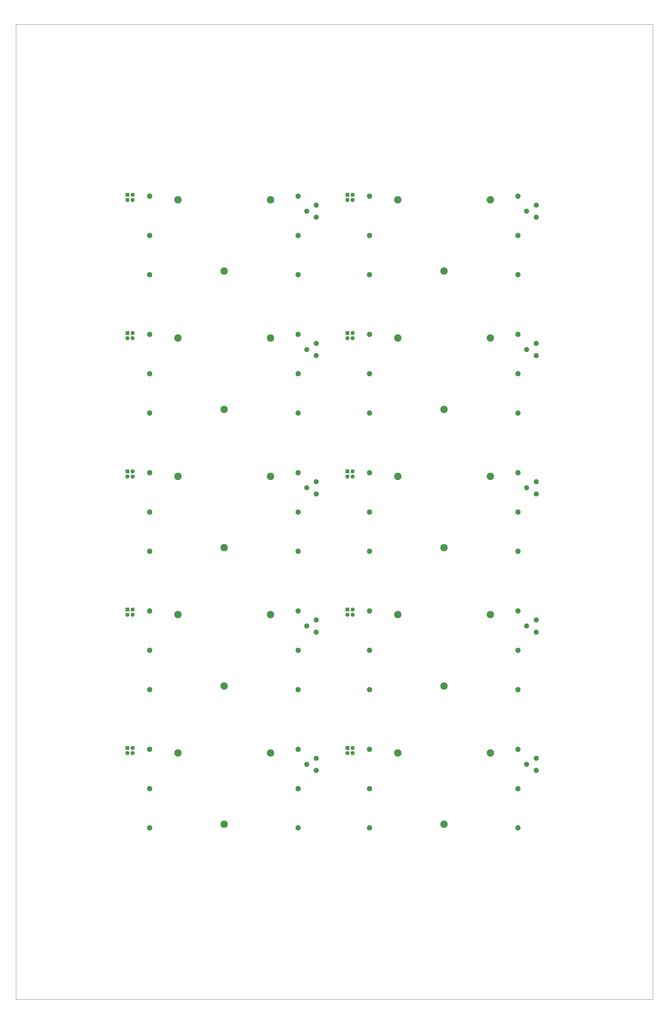
<source format=gts>
%FSTAX23Y23*%
%MOIN*%
%SFA1B1*%

%IPPOS*%
%ADD12C,0.005000*%
%ADD14C,0.098000*%
%ADD15R,0.078000X0.078000*%
%ADD16C,0.078000*%
%ADD17C,0.102490*%
%ADD18C,0.143430*%
%ADD19C,0.143430*%
%LNpowerboardv1-1*%
%LPD*%
G54D14*
X05619Y04543D03*
G54D12*
X0Y0D02*
X12312D01*
Y18836*
X0*
Y0*
G54D14*
X05804Y04425D03*
Y04661D03*
G54D15*
X02154Y04861D03*
G54D16*
X02154Y04761D03*
X02254Y04861D03*
Y04761D03*
G54D17*
X02583Y04834D03*
X05453D03*
X02583Y03315D03*
X05453D03*
Y04074D03*
X02583D03*
G54D18*
X03128Y04764D03*
X04919D03*
G54D19*
X04024Y03386D03*
G54D14*
X09869Y04543D03*
X10055Y04425D03*
Y04661D03*
G54D15*
X06405Y04861D03*
G54D16*
X06405Y04761D03*
X06505Y04861D03*
Y04761D03*
G54D17*
X06833Y04834D03*
X09703D03*
X06833Y03315D03*
X09703D03*
Y04074D03*
X06833D03*
G54D18*
X07378Y04764D03*
X09169D03*
G54D19*
X08274Y03386D03*
G54D14*
X05619Y07215D03*
X05804Y07097D03*
Y07333D03*
G54D15*
X02154Y07533D03*
G54D16*
X02154Y07433D03*
X02254Y07533D03*
Y07433D03*
G54D17*
X02583Y07506D03*
X05453D03*
X02583Y05987D03*
X05453D03*
Y06746D03*
X02583D03*
G54D18*
X03128Y07436D03*
X04919D03*
G54D19*
X04024Y06058D03*
G54D14*
X09869Y07215D03*
X10055Y07097D03*
Y07333D03*
G54D15*
X06405Y07533D03*
G54D16*
X06405Y07433D03*
X06505Y07533D03*
Y07433D03*
G54D17*
X06833Y07506D03*
X09703D03*
X06833Y05987D03*
X09703D03*
Y06746D03*
X06833D03*
G54D18*
X07378Y07436D03*
X09169D03*
G54D19*
X08274Y06058D03*
G54D14*
X05619Y09886D03*
X05804Y09768D03*
Y10004D03*
G54D15*
X02154Y10204D03*
G54D16*
X02154Y10104D03*
X02254Y10204D03*
Y10104D03*
G54D17*
X02583Y10177D03*
X05453D03*
X02583Y08659D03*
X05453D03*
Y09418D03*
X02583D03*
G54D18*
X03128Y10107D03*
X04919D03*
G54D19*
X04024Y0873D03*
G54D14*
X09869Y09886D03*
X10055Y09768D03*
Y10004D03*
G54D15*
X06405Y10204D03*
G54D16*
X06405Y10104D03*
X06505Y10204D03*
Y10104D03*
G54D17*
X06833Y10177D03*
X09703D03*
X06833Y08659D03*
X09703D03*
Y09418D03*
X06833D03*
G54D18*
X07378Y10107D03*
X09169D03*
G54D19*
X08274Y0873D03*
G54D14*
X05619Y12558D03*
X05804Y1244D03*
Y12676D03*
G54D15*
X02154Y12876D03*
G54D16*
X02154Y12776D03*
X02254Y12876D03*
Y12776D03*
G54D17*
X02583Y12849D03*
X05453D03*
X02583Y1133D03*
X05453D03*
Y12089D03*
X02583D03*
G54D18*
X03128Y12779D03*
X04919D03*
G54D19*
X04024Y11401D03*
G54D14*
X09869Y12558D03*
X10055Y1244D03*
Y12676D03*
G54D15*
X06405Y12876D03*
G54D16*
X06405Y12776D03*
X06505Y12876D03*
Y12776D03*
G54D17*
X06833Y12849D03*
X09703D03*
X06833Y1133D03*
X09703D03*
Y12089D03*
X06833D03*
G54D18*
X07378Y12779D03*
X09169D03*
G54D19*
X08274Y11401D03*
G54D14*
X05619Y1523D03*
X05804Y15112D03*
Y15348D03*
G54D15*
X02154Y15548D03*
G54D16*
X02154Y15448D03*
X02254Y15548D03*
Y15448D03*
G54D17*
X02583Y15521D03*
X05453D03*
X02583Y14002D03*
X05453D03*
Y14761D03*
X02583D03*
G54D18*
X03128Y15451D03*
X04919D03*
G54D19*
X04024Y14073D03*
G54D14*
X09869Y1523D03*
X10055Y15112D03*
Y15348D03*
G54D15*
X06405Y15548D03*
G54D16*
X06405Y15448D03*
X06505Y15548D03*
Y15448D03*
G54D17*
X06833Y15521D03*
X09703D03*
X06833Y14002D03*
X09703D03*
Y14761D03*
X06833D03*
G54D18*
X07378Y15451D03*
X09169D03*
G54D19*
X08274Y14073D03*
M02*
</source>
